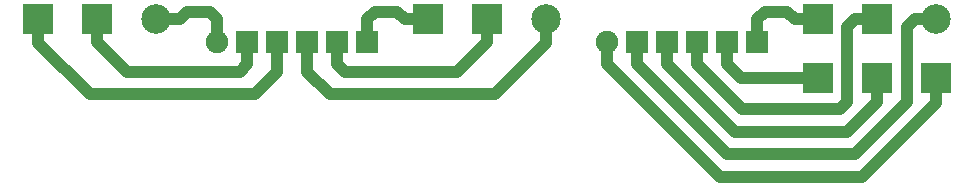
<source format=gbr>
G04 #@! TF.GenerationSoftware,KiCad,Pcbnew,5.1.6-c6e7f7d~87~ubuntu19.10.1*
G04 #@! TF.CreationDate,2023-02-10T05:04:09+06:00*
G04 #@! TF.ProjectId,1590BB_potentiometer_board_18_3x17_dual-single-single_r1b,31353930-4242-45f7-906f-74656e74696f,1B*
G04 #@! TF.SameCoordinates,Original*
G04 #@! TF.FileFunction,Copper,L2,Bot*
G04 #@! TF.FilePolarity,Positive*
%FSLAX46Y46*%
G04 Gerber Fmt 4.6, Leading zero omitted, Abs format (unit mm)*
G04 Created by KiCad (PCBNEW 5.1.6-c6e7f7d~87~ubuntu19.10.1) date 2023-02-10 05:04:09*
%MOMM*%
%LPD*%
G01*
G04 APERTURE LIST*
G04 #@! TA.AperFunction,ComponentPad*
%ADD10R,2.500000X2.500000*%
G04 #@! TD*
G04 #@! TA.AperFunction,ComponentPad*
%ADD11C,2.500000*%
G04 #@! TD*
G04 #@! TA.AperFunction,ComponentPad*
%ADD12R,1.900000X1.900000*%
G04 #@! TD*
G04 #@! TA.AperFunction,ComponentPad*
%ADD13C,1.900000*%
G04 #@! TD*
G04 #@! TA.AperFunction,Conductor*
%ADD14C,1.000000*%
G04 #@! TD*
G04 APERTURE END LIST*
D10*
X100410000Y-142875000D03*
D11*
X110410000Y-142875000D03*
D10*
X105410000Y-142875000D03*
X67390000Y-142875000D03*
D11*
X77390000Y-142875000D03*
D10*
X72390000Y-142875000D03*
X138430000Y-147875000D03*
X143430000Y-147875000D03*
X133430000Y-147875000D03*
X133430000Y-142875000D03*
D11*
X143430000Y-142875000D03*
D10*
X138430000Y-142875000D03*
D12*
X128270000Y-144780000D03*
X125730000Y-144780000D03*
X123190000Y-144780000D03*
D13*
X115570000Y-144780000D03*
D12*
X118110000Y-144780000D03*
X120650000Y-144780000D03*
X95250000Y-144780000D03*
X92710000Y-144780000D03*
X90170000Y-144780000D03*
D13*
X82550000Y-144780000D03*
D12*
X85090000Y-144780000D03*
X87630000Y-144780000D03*
D14*
X95250000Y-142875000D02*
X95250000Y-144780000D01*
X95885000Y-142240000D02*
X95250000Y-142875000D01*
X100410000Y-142875000D02*
X98425000Y-142875000D01*
X97790000Y-142240000D02*
X95885000Y-142240000D01*
X98425000Y-142875000D02*
X97790000Y-142240000D01*
X90170000Y-147320000D02*
X90170000Y-144780000D01*
X92075000Y-149225000D02*
X90170000Y-147320000D01*
X106045000Y-149225000D02*
X92075000Y-149225000D01*
X110410000Y-142875000D02*
X110410000Y-144860000D01*
X110410000Y-144860000D02*
X106045000Y-149225000D01*
X105410000Y-144780000D02*
X105410000Y-142875000D01*
X102870000Y-147320000D02*
X105410000Y-144780000D01*
X93345000Y-147320000D02*
X102870000Y-147320000D01*
X92710000Y-144780000D02*
X92710000Y-146685000D01*
X92710000Y-146685000D02*
X93345000Y-147320000D01*
X67390000Y-142875000D02*
X67390000Y-144860000D01*
X67390000Y-144860000D02*
X71755000Y-149225000D01*
X87630000Y-147320000D02*
X87630000Y-144780000D01*
X71755000Y-149225000D02*
X85725000Y-149225000D01*
X85725000Y-149225000D02*
X87630000Y-147320000D01*
X77390000Y-142875000D02*
X79375000Y-142875000D01*
X79375000Y-142875000D02*
X80010000Y-142240000D01*
X82550000Y-142875000D02*
X82550000Y-144780000D01*
X80010000Y-142240000D02*
X81915000Y-142240000D01*
X81915000Y-142240000D02*
X82550000Y-142875000D01*
X72390000Y-144780000D02*
X74930000Y-147320000D01*
X72390000Y-142875000D02*
X72390000Y-144780000D01*
X85090000Y-146685000D02*
X85090000Y-144780000D01*
X74930000Y-147320000D02*
X84455000Y-147320000D01*
X84455000Y-147320000D02*
X85090000Y-146685000D01*
X128270000Y-142875000D02*
X128270000Y-144780000D01*
X128905000Y-142240000D02*
X128270000Y-142875000D01*
X130810000Y-142240000D02*
X128905000Y-142240000D01*
X133430000Y-142875000D02*
X131445000Y-142875000D01*
X131445000Y-142875000D02*
X130810000Y-142240000D01*
X125730000Y-146685000D02*
X125730000Y-144780000D01*
X133430000Y-147875000D02*
X126920000Y-147875000D01*
X126920000Y-147875000D02*
X125730000Y-146685000D01*
X136525000Y-142875000D02*
X138430000Y-142875000D01*
X123190000Y-146685000D02*
X127000000Y-150495000D01*
X123190000Y-144780000D02*
X123190000Y-146685000D01*
X127000000Y-150495000D02*
X135255000Y-150495000D01*
X135890000Y-143510000D02*
X136525000Y-142875000D01*
X135890000Y-149860000D02*
X135890000Y-143510000D01*
X135255000Y-150495000D02*
X135890000Y-149860000D01*
X143430000Y-149940000D02*
X143430000Y-147875000D01*
X137160000Y-156210000D02*
X143430000Y-149940000D01*
X115570000Y-144780000D02*
X115570000Y-146685000D01*
X125095000Y-156210000D02*
X137160000Y-156210000D01*
X115570000Y-146685000D02*
X125095000Y-156210000D01*
X141605000Y-142875000D02*
X143430000Y-142875000D01*
X140970000Y-143510000D02*
X141605000Y-142875000D01*
X118110000Y-144780000D02*
X118110000Y-146685000D01*
X125730000Y-154305000D02*
X136525000Y-154305000D01*
X118110000Y-146685000D02*
X125730000Y-154305000D01*
X136525000Y-154305000D02*
X140970000Y-149860000D01*
X140970000Y-149860000D02*
X140970000Y-143510000D01*
X138430000Y-149860000D02*
X138430000Y-147875000D01*
X135890000Y-152400000D02*
X138430000Y-149860000D01*
X126365000Y-152400000D02*
X135890000Y-152400000D01*
X120650000Y-144780000D02*
X120650000Y-146685000D01*
X120650000Y-146685000D02*
X126365000Y-152400000D01*
M02*

</source>
